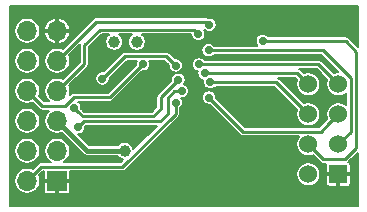
<source format=gbl>
G04 #@! TF.GenerationSoftware,KiCad,Pcbnew,(5.1.5)-3*
G04 #@! TF.CreationDate,2020-03-15T16:40:32+08:00*
G04 #@! TF.ProjectId,InHub_Sub,496e4875-625f-4537-9562-2e6b69636164,rev?*
G04 #@! TF.SameCoordinates,Original*
G04 #@! TF.FileFunction,Copper,L2,Bot*
G04 #@! TF.FilePolarity,Positive*
%FSLAX46Y46*%
G04 Gerber Fmt 4.6, Leading zero omitted, Abs format (unit mm)*
G04 Created by KiCad (PCBNEW (5.1.5)-3) date 2020-03-15 16:40:32*
%MOMM*%
%LPD*%
G04 APERTURE LIST*
%ADD10C,1.524000*%
%ADD11R,1.524000X1.524000*%
%ADD12R,1.700000X1.700000*%
%ADD13O,1.700000X1.700000*%
%ADD14C,1.000000*%
%ADD15C,0.700000*%
%ADD16C,0.381000*%
%ADD17C,0.254000*%
%ADD18C,0.160000*%
G04 APERTURE END LIST*
D10*
X73723500Y-81356200D03*
X76263500Y-81356200D03*
X73723500Y-83896200D03*
X76263500Y-83896200D03*
X73723500Y-86436200D03*
X76263500Y-86436200D03*
X73723500Y-88976200D03*
D11*
X76263500Y-88976200D03*
D12*
X52457700Y-89536800D03*
D13*
X49917700Y-89536800D03*
X52457700Y-86996800D03*
X49917700Y-86996800D03*
X52457700Y-84456800D03*
X49917700Y-84456800D03*
X52457700Y-81916800D03*
X49917700Y-81916800D03*
X52457700Y-79376800D03*
X49917700Y-79376800D03*
X52457700Y-76836800D03*
X49917700Y-76836800D03*
D14*
X57294600Y-77762100D03*
X59194600Y-77762100D03*
D15*
X56690500Y-79177800D03*
X63079980Y-77771520D03*
X58116820Y-85264520D03*
X61449300Y-75287400D03*
X74962100Y-82653400D03*
X68510500Y-84050400D03*
X65818100Y-84279000D03*
X64090900Y-78487800D03*
X51009900Y-91010000D03*
X51289300Y-75668400D03*
X49686719Y-75230600D03*
X54075719Y-75230600D03*
X56709119Y-89275400D03*
X56709119Y-91031000D03*
X60220319Y-91031000D03*
X61975919Y-91031000D03*
X63731519Y-84008600D03*
X63731519Y-85764200D03*
X63731519Y-88397600D03*
X63731519Y-90153200D03*
X64609319Y-89275400D03*
X64609319Y-91031000D03*
X65487119Y-85764200D03*
X65487119Y-88397600D03*
X65487119Y-90153200D03*
X66364919Y-91031000D03*
X67242719Y-90153200D03*
X68120519Y-76108400D03*
X68120519Y-91031000D03*
X69876119Y-91031000D03*
X71631719Y-84008600D03*
X71631719Y-88397600D03*
X71631719Y-90153200D03*
X72509519Y-91031000D03*
X74265119Y-91031000D03*
X76020719Y-91031000D03*
X76898519Y-75427800D03*
X76898519Y-76986200D03*
D14*
X58166000Y-86969600D03*
D15*
X65354200Y-76327000D03*
X64409895Y-77098723D03*
X69862698Y-77685898D03*
X65278000Y-78473304D03*
X64940500Y-80427808D03*
X65404706Y-81172828D03*
X64468055Y-79677798D03*
X65310100Y-82482430D03*
X62725321Y-80975234D03*
X53900373Y-83354775D03*
X59722100Y-79653538D03*
X62496700Y-79775810D03*
X56296798Y-80875400D03*
X62490700Y-82907398D03*
X63004700Y-81927700D03*
X54229000Y-84988400D03*
D16*
X54965600Y-86969600D02*
X58166000Y-86969600D01*
X52457700Y-84456800D02*
X52457700Y-84461700D01*
X52457700Y-84461700D02*
X54965600Y-86969600D01*
D17*
X65354200Y-76327000D02*
X65087500Y-76060300D01*
X55774200Y-76060300D02*
X52457700Y-79376800D01*
X65087500Y-76060300D02*
X55774200Y-76060300D01*
X56080576Y-76748724D02*
X64059896Y-76748724D01*
X54775100Y-78054200D02*
X56080576Y-76748724D01*
X52457700Y-81916800D02*
X54775100Y-79599400D01*
X64059896Y-76748724D02*
X64409895Y-77098723D01*
X54775100Y-79599400D02*
X54775100Y-78054200D01*
X76883153Y-77685898D02*
X69862698Y-77685898D01*
X74993500Y-87706200D02*
X76822300Y-87706200D01*
X73723500Y-86436200D02*
X74993500Y-87706200D01*
X76822300Y-87706200D02*
X77800200Y-86728300D01*
X77800200Y-86728300D02*
X77800200Y-78602945D01*
X77800200Y-78602945D02*
X76883153Y-77685898D01*
X74959470Y-78473304D02*
X65278000Y-78473304D01*
X77330301Y-80844135D02*
X74959470Y-78473304D01*
X76263500Y-86436200D02*
X77330301Y-85369399D01*
X77330301Y-85369399D02*
X77330301Y-80844135D01*
X72795108Y-80427808D02*
X64940500Y-80427808D01*
X73723500Y-81356200D02*
X72795108Y-80427808D01*
X71000128Y-81172828D02*
X65404706Y-81172828D01*
X73723500Y-83896200D02*
X71000128Y-81172828D01*
X74585098Y-79677798D02*
X64468055Y-79677798D01*
X76263500Y-81356200D02*
X74585098Y-79677798D01*
X75501501Y-84658199D02*
X76263500Y-83896200D01*
X68197069Y-85369399D02*
X74790301Y-85369399D01*
X74790301Y-85369399D02*
X75501501Y-84658199D01*
X65310100Y-82482430D02*
X68197069Y-85369399D01*
X61230121Y-82470434D02*
X61230121Y-83447862D01*
X62725321Y-80975234D02*
X61230121Y-82470434D01*
X60610915Y-84067068D02*
X54612666Y-84067068D01*
X54612666Y-84067068D02*
X54250372Y-83704774D01*
X61230121Y-83447862D02*
X60610915Y-84067068D01*
X54250372Y-83704774D02*
X53900373Y-83354775D01*
X53873952Y-82455154D02*
X56920484Y-82455154D01*
X56920484Y-82455154D02*
X59722100Y-79653538D01*
X49917700Y-81916800D02*
X51197701Y-83196801D01*
X53132305Y-83196801D02*
X53873952Y-82455154D01*
X51197701Y-83196801D02*
X53132305Y-83196801D01*
X58196200Y-78975998D02*
X56646797Y-80525401D01*
X56646797Y-80525401D02*
X56296798Y-80875400D01*
X62496700Y-79775810D02*
X61696888Y-78975998D01*
X61696888Y-78975998D02*
X58196200Y-78975998D01*
X62490700Y-83836006D02*
X62490700Y-82907398D01*
X57983706Y-88343000D02*
X62490700Y-83836006D01*
X49917700Y-89536800D02*
X51111500Y-88343000D01*
X51111500Y-88343000D02*
X57983706Y-88343000D01*
X63004700Y-81927700D02*
X62387839Y-81927700D01*
X61189541Y-84498879D02*
X54718521Y-84498879D01*
X61803465Y-83884955D02*
X61189541Y-84498879D01*
X61803465Y-82512074D02*
X61803465Y-83884955D01*
X62387839Y-81927700D02*
X61803465Y-82512074D01*
X54718521Y-84498879D02*
X54578999Y-84638401D01*
X54578999Y-84638401D02*
X54229000Y-84988400D01*
D18*
G36*
X77925500Y-78184056D02*
G01*
X77168617Y-77427174D01*
X77156564Y-77412487D01*
X77097970Y-77364401D01*
X77031122Y-77328670D01*
X76958587Y-77306667D01*
X76902047Y-77301098D01*
X76883153Y-77299237D01*
X76864259Y-77301098D01*
X70336578Y-77301098D01*
X70334807Y-77298448D01*
X70250148Y-77213789D01*
X70150599Y-77147273D01*
X70039987Y-77101455D01*
X69922561Y-77078098D01*
X69802835Y-77078098D01*
X69685409Y-77101455D01*
X69574797Y-77147273D01*
X69475248Y-77213789D01*
X69390589Y-77298448D01*
X69324073Y-77397997D01*
X69278255Y-77508609D01*
X69254898Y-77626035D01*
X69254898Y-77745761D01*
X69278255Y-77863187D01*
X69324073Y-77973799D01*
X69390589Y-78073348D01*
X69405745Y-78088504D01*
X65751880Y-78088504D01*
X65750109Y-78085854D01*
X65665450Y-78001195D01*
X65565901Y-77934679D01*
X65455289Y-77888861D01*
X65337863Y-77865504D01*
X65218137Y-77865504D01*
X65100711Y-77888861D01*
X64990099Y-77934679D01*
X64890550Y-78001195D01*
X64805891Y-78085854D01*
X64739375Y-78185403D01*
X64693557Y-78296015D01*
X64670200Y-78413441D01*
X64670200Y-78533167D01*
X64693557Y-78650593D01*
X64739375Y-78761205D01*
X64805891Y-78860754D01*
X64890550Y-78945413D01*
X64990099Y-79011929D01*
X65100711Y-79057747D01*
X65218137Y-79081104D01*
X65337863Y-79081104D01*
X65455289Y-79057747D01*
X65565901Y-79011929D01*
X65665450Y-78945413D01*
X65750109Y-78860754D01*
X65751880Y-78858104D01*
X74800082Y-78858104D01*
X76278377Y-80336400D01*
X76163059Y-80336400D01*
X75966035Y-80375591D01*
X75867779Y-80416290D01*
X74870562Y-79419074D01*
X74858509Y-79404387D01*
X74799915Y-79356301D01*
X74733067Y-79320570D01*
X74660532Y-79298567D01*
X74603992Y-79292998D01*
X74585098Y-79291137D01*
X74566204Y-79292998D01*
X64941935Y-79292998D01*
X64940164Y-79290348D01*
X64855505Y-79205689D01*
X64755956Y-79139173D01*
X64645344Y-79093355D01*
X64527918Y-79069998D01*
X64408192Y-79069998D01*
X64290766Y-79093355D01*
X64180154Y-79139173D01*
X64080605Y-79205689D01*
X63995946Y-79290348D01*
X63929430Y-79389897D01*
X63883612Y-79500509D01*
X63860255Y-79617935D01*
X63860255Y-79737661D01*
X63883612Y-79855087D01*
X63929430Y-79965699D01*
X63995946Y-80065248D01*
X64080605Y-80149907D01*
X64180154Y-80216423D01*
X64290766Y-80262241D01*
X64351329Y-80274288D01*
X64332700Y-80367945D01*
X64332700Y-80487671D01*
X64356057Y-80605097D01*
X64401875Y-80715709D01*
X64468391Y-80815258D01*
X64553050Y-80899917D01*
X64652599Y-80966433D01*
X64763211Y-81012251D01*
X64814894Y-81022531D01*
X64796906Y-81112965D01*
X64796906Y-81232691D01*
X64820263Y-81350117D01*
X64866081Y-81460729D01*
X64932597Y-81560278D01*
X65017256Y-81644937D01*
X65116805Y-81711453D01*
X65227417Y-81757271D01*
X65344843Y-81780628D01*
X65464569Y-81780628D01*
X65581995Y-81757271D01*
X65692607Y-81711453D01*
X65792156Y-81644937D01*
X65876815Y-81560278D01*
X65878586Y-81557628D01*
X70840740Y-81557628D01*
X72783590Y-83500479D01*
X72742891Y-83598735D01*
X72703700Y-83795759D01*
X72703700Y-83996641D01*
X72742891Y-84193665D01*
X72819765Y-84379256D01*
X72931370Y-84546284D01*
X73073416Y-84688330D01*
X73240444Y-84799935D01*
X73426035Y-84876809D01*
X73623059Y-84916000D01*
X73823941Y-84916000D01*
X74020965Y-84876809D01*
X74206556Y-84799935D01*
X74373584Y-84688330D01*
X74515630Y-84546284D01*
X74627235Y-84379256D01*
X74704109Y-84193665D01*
X74743300Y-83996641D01*
X74743300Y-83795759D01*
X74704109Y-83598735D01*
X74627235Y-83413144D01*
X74515630Y-83246116D01*
X74373584Y-83104070D01*
X74206556Y-82992465D01*
X74020965Y-82915591D01*
X73823941Y-82876400D01*
X73623059Y-82876400D01*
X73426035Y-82915591D01*
X73327779Y-82956290D01*
X71285592Y-80914104D01*
X71273539Y-80899417D01*
X71214945Y-80851331D01*
X71148097Y-80815600D01*
X71138234Y-80812608D01*
X72635720Y-80812608D01*
X72783590Y-80960479D01*
X72742891Y-81058735D01*
X72703700Y-81255759D01*
X72703700Y-81456641D01*
X72742891Y-81653665D01*
X72819765Y-81839256D01*
X72931370Y-82006284D01*
X73073416Y-82148330D01*
X73240444Y-82259935D01*
X73426035Y-82336809D01*
X73623059Y-82376000D01*
X73823941Y-82376000D01*
X74020965Y-82336809D01*
X74206556Y-82259935D01*
X74373584Y-82148330D01*
X74515630Y-82006284D01*
X74627235Y-81839256D01*
X74704109Y-81653665D01*
X74743300Y-81456641D01*
X74743300Y-81255759D01*
X74704109Y-81058735D01*
X74627235Y-80873144D01*
X74515630Y-80706116D01*
X74373584Y-80564070D01*
X74206556Y-80452465D01*
X74020965Y-80375591D01*
X73823941Y-80336400D01*
X73623059Y-80336400D01*
X73426035Y-80375591D01*
X73327779Y-80416290D01*
X73080572Y-80169084D01*
X73068519Y-80154397D01*
X73009925Y-80106311D01*
X72943077Y-80070580D01*
X72916764Y-80062598D01*
X74425710Y-80062598D01*
X75323590Y-80960479D01*
X75282891Y-81058735D01*
X75243700Y-81255759D01*
X75243700Y-81456641D01*
X75282891Y-81653665D01*
X75359765Y-81839256D01*
X75471370Y-82006284D01*
X75613416Y-82148330D01*
X75780444Y-82259935D01*
X75966035Y-82336809D01*
X76163059Y-82376000D01*
X76363941Y-82376000D01*
X76560965Y-82336809D01*
X76746556Y-82259935D01*
X76913584Y-82148330D01*
X76945502Y-82116412D01*
X76945501Y-83135987D01*
X76913584Y-83104070D01*
X76746556Y-82992465D01*
X76560965Y-82915591D01*
X76363941Y-82876400D01*
X76163059Y-82876400D01*
X75966035Y-82915591D01*
X75780444Y-82992465D01*
X75613416Y-83104070D01*
X75471370Y-83246116D01*
X75359765Y-83413144D01*
X75282891Y-83598735D01*
X75243700Y-83795759D01*
X75243700Y-83996641D01*
X75282891Y-84193665D01*
X75323590Y-84291922D01*
X75242771Y-84372741D01*
X75242766Y-84372745D01*
X74630913Y-84984599D01*
X68356458Y-84984599D01*
X65917278Y-82545420D01*
X65917900Y-82542293D01*
X65917900Y-82422567D01*
X65894543Y-82305141D01*
X65848725Y-82194529D01*
X65782209Y-82094980D01*
X65697550Y-82010321D01*
X65598001Y-81943805D01*
X65487389Y-81897987D01*
X65369963Y-81874630D01*
X65250237Y-81874630D01*
X65132811Y-81897987D01*
X65022199Y-81943805D01*
X64922650Y-82010321D01*
X64837991Y-82094980D01*
X64771475Y-82194529D01*
X64725657Y-82305141D01*
X64702300Y-82422567D01*
X64702300Y-82542293D01*
X64725657Y-82659719D01*
X64771475Y-82770331D01*
X64837991Y-82869880D01*
X64922650Y-82954539D01*
X65022199Y-83021055D01*
X65132811Y-83066873D01*
X65250237Y-83090230D01*
X65369963Y-83090230D01*
X65373090Y-83089608D01*
X67911609Y-85628128D01*
X67923658Y-85642810D01*
X67982252Y-85690896D01*
X68049100Y-85726627D01*
X68121635Y-85748630D01*
X68197069Y-85756060D01*
X68215963Y-85754199D01*
X72963287Y-85754199D01*
X72931370Y-85786116D01*
X72819765Y-85953144D01*
X72742891Y-86138735D01*
X72703700Y-86335759D01*
X72703700Y-86536641D01*
X72742891Y-86733665D01*
X72819765Y-86919256D01*
X72931370Y-87086284D01*
X73073416Y-87228330D01*
X73240444Y-87339935D01*
X73426035Y-87416809D01*
X73623059Y-87456000D01*
X73823941Y-87456000D01*
X74020965Y-87416809D01*
X74119221Y-87376110D01*
X74708040Y-87964929D01*
X74720089Y-87979611D01*
X74778683Y-88027697D01*
X74842912Y-88062028D01*
X74845531Y-88063428D01*
X74918065Y-88085431D01*
X74993499Y-88092861D01*
X75012393Y-88091000D01*
X75249863Y-88091000D01*
X75241562Y-88106530D01*
X75225551Y-88159310D01*
X75220145Y-88214200D01*
X75221500Y-88836200D01*
X75291500Y-88906200D01*
X76193500Y-88906200D01*
X76193500Y-88886200D01*
X76333500Y-88886200D01*
X76333500Y-88906200D01*
X77235500Y-88906200D01*
X77305500Y-88836200D01*
X77306855Y-88214200D01*
X77301449Y-88159310D01*
X77285438Y-88106530D01*
X77259438Y-88057888D01*
X77224448Y-88015252D01*
X77181812Y-87980262D01*
X77133170Y-87954262D01*
X77121858Y-87950830D01*
X77925501Y-87147188D01*
X77925501Y-91662800D01*
X48442800Y-91662800D01*
X48442800Y-86887691D01*
X48809900Y-86887691D01*
X48809900Y-87105909D01*
X48852472Y-87319933D01*
X48935981Y-87521540D01*
X49057216Y-87702981D01*
X49211519Y-87857284D01*
X49392960Y-87978519D01*
X49594567Y-88062028D01*
X49808591Y-88104600D01*
X50026809Y-88104600D01*
X50240833Y-88062028D01*
X50442440Y-87978519D01*
X50623881Y-87857284D01*
X50778184Y-87702981D01*
X50899419Y-87521540D01*
X50982928Y-87319933D01*
X51025500Y-87105909D01*
X51025500Y-86887691D01*
X50982928Y-86673667D01*
X50899419Y-86472060D01*
X50778184Y-86290619D01*
X50623881Y-86136316D01*
X50442440Y-86015081D01*
X50240833Y-85931572D01*
X50026809Y-85889000D01*
X49808591Y-85889000D01*
X49594567Y-85931572D01*
X49392960Y-86015081D01*
X49211519Y-86136316D01*
X49057216Y-86290619D01*
X48935981Y-86472060D01*
X48852472Y-86673667D01*
X48809900Y-86887691D01*
X48442800Y-86887691D01*
X48442800Y-84347691D01*
X48809900Y-84347691D01*
X48809900Y-84565909D01*
X48852472Y-84779933D01*
X48935981Y-84981540D01*
X49057216Y-85162981D01*
X49211519Y-85317284D01*
X49392960Y-85438519D01*
X49594567Y-85522028D01*
X49808591Y-85564600D01*
X50026809Y-85564600D01*
X50240833Y-85522028D01*
X50442440Y-85438519D01*
X50623881Y-85317284D01*
X50778184Y-85162981D01*
X50899419Y-84981540D01*
X50982928Y-84779933D01*
X51025500Y-84565909D01*
X51025500Y-84347691D01*
X50982928Y-84133667D01*
X50899419Y-83932060D01*
X50778184Y-83750619D01*
X50623881Y-83596316D01*
X50442440Y-83475081D01*
X50240833Y-83391572D01*
X50026809Y-83349000D01*
X49808591Y-83349000D01*
X49594567Y-83391572D01*
X49392960Y-83475081D01*
X49211519Y-83596316D01*
X49057216Y-83750619D01*
X48935981Y-83932060D01*
X48852472Y-84133667D01*
X48809900Y-84347691D01*
X48442800Y-84347691D01*
X48442800Y-81807691D01*
X48809900Y-81807691D01*
X48809900Y-82025909D01*
X48852472Y-82239933D01*
X48935981Y-82441540D01*
X49057216Y-82622981D01*
X49211519Y-82777284D01*
X49392960Y-82898519D01*
X49594567Y-82982028D01*
X49808591Y-83024600D01*
X50026809Y-83024600D01*
X50240833Y-82982028D01*
X50380774Y-82924062D01*
X50912241Y-83455530D01*
X50924290Y-83470212D01*
X50982884Y-83518298D01*
X51043227Y-83550552D01*
X51049732Y-83554029D01*
X51122267Y-83576032D01*
X51197701Y-83583462D01*
X51216595Y-83581601D01*
X51773542Y-83581601D01*
X51751519Y-83596316D01*
X51597216Y-83750619D01*
X51475981Y-83932060D01*
X51392472Y-84133667D01*
X51349900Y-84347691D01*
X51349900Y-84565909D01*
X51392472Y-84779933D01*
X51475981Y-84981540D01*
X51597216Y-85162981D01*
X51751519Y-85317284D01*
X51932960Y-85438519D01*
X52134567Y-85522028D01*
X52348591Y-85564600D01*
X52566809Y-85564600D01*
X52780833Y-85522028D01*
X52853809Y-85491800D01*
X54633030Y-87271022D01*
X54647070Y-87288130D01*
X54715333Y-87344151D01*
X54793213Y-87385779D01*
X54877718Y-87411413D01*
X54943579Y-87417900D01*
X54943580Y-87417900D01*
X54965599Y-87420069D01*
X54987618Y-87417900D01*
X57554146Y-87417900D01*
X57577378Y-87452670D01*
X57682930Y-87558222D01*
X57807047Y-87641154D01*
X57944958Y-87698278D01*
X58061131Y-87721387D01*
X57824318Y-87958200D01*
X53012850Y-87958200D01*
X53163881Y-87857284D01*
X53318184Y-87702981D01*
X53439419Y-87521540D01*
X53522928Y-87319933D01*
X53565500Y-87105909D01*
X53565500Y-86887691D01*
X53522928Y-86673667D01*
X53439419Y-86472060D01*
X53318184Y-86290619D01*
X53163881Y-86136316D01*
X52982440Y-86015081D01*
X52780833Y-85931572D01*
X52566809Y-85889000D01*
X52348591Y-85889000D01*
X52134567Y-85931572D01*
X51932960Y-86015081D01*
X51751519Y-86136316D01*
X51597216Y-86290619D01*
X51475981Y-86472060D01*
X51392472Y-86673667D01*
X51349900Y-86887691D01*
X51349900Y-87105909D01*
X51392472Y-87319933D01*
X51475981Y-87521540D01*
X51597216Y-87702981D01*
X51751519Y-87857284D01*
X51902550Y-87958200D01*
X51130393Y-87958200D01*
X51111499Y-87956339D01*
X51036065Y-87963769D01*
X50983841Y-87979611D01*
X50963531Y-87985772D01*
X50896683Y-88021503D01*
X50838089Y-88069589D01*
X50826040Y-88084271D01*
X50380774Y-88529538D01*
X50240833Y-88471572D01*
X50026809Y-88429000D01*
X49808591Y-88429000D01*
X49594567Y-88471572D01*
X49392960Y-88555081D01*
X49211519Y-88676316D01*
X49057216Y-88830619D01*
X48935981Y-89012060D01*
X48852472Y-89213667D01*
X48809900Y-89427691D01*
X48809900Y-89645909D01*
X48852472Y-89859933D01*
X48935981Y-90061540D01*
X49057216Y-90242981D01*
X49211519Y-90397284D01*
X49392960Y-90518519D01*
X49594567Y-90602028D01*
X49808591Y-90644600D01*
X50026809Y-90644600D01*
X50240833Y-90602028D01*
X50442440Y-90518519D01*
X50623881Y-90397284D01*
X50634365Y-90386800D01*
X51326345Y-90386800D01*
X51331751Y-90441690D01*
X51347762Y-90494470D01*
X51373762Y-90543112D01*
X51408752Y-90585748D01*
X51451388Y-90620738D01*
X51500030Y-90646738D01*
X51552810Y-90662749D01*
X51607700Y-90668155D01*
X52317700Y-90666800D01*
X52387700Y-90596800D01*
X52387700Y-89606800D01*
X52527700Y-89606800D01*
X52527700Y-90596800D01*
X52597700Y-90666800D01*
X53307700Y-90668155D01*
X53362590Y-90662749D01*
X53415370Y-90646738D01*
X53464012Y-90620738D01*
X53506648Y-90585748D01*
X53541638Y-90543112D01*
X53567638Y-90494470D01*
X53583649Y-90441690D01*
X53589055Y-90386800D01*
X53587700Y-89676800D01*
X53517700Y-89606800D01*
X52527700Y-89606800D01*
X52387700Y-89606800D01*
X51397700Y-89606800D01*
X51327700Y-89676800D01*
X51326345Y-90386800D01*
X50634365Y-90386800D01*
X50778184Y-90242981D01*
X50899419Y-90061540D01*
X50982928Y-89859933D01*
X51025500Y-89645909D01*
X51025500Y-89427691D01*
X50982928Y-89213667D01*
X50924962Y-89073726D01*
X51270889Y-88727800D01*
X51326423Y-88727800D01*
X51327700Y-89396800D01*
X51397700Y-89466800D01*
X52387700Y-89466800D01*
X52387700Y-89446800D01*
X52527700Y-89446800D01*
X52527700Y-89466800D01*
X53517700Y-89466800D01*
X53587700Y-89396800D01*
X53588694Y-88875759D01*
X72703700Y-88875759D01*
X72703700Y-89076641D01*
X72742891Y-89273665D01*
X72819765Y-89459256D01*
X72931370Y-89626284D01*
X73073416Y-89768330D01*
X73240444Y-89879935D01*
X73426035Y-89956809D01*
X73623059Y-89996000D01*
X73823941Y-89996000D01*
X74020965Y-89956809D01*
X74206556Y-89879935D01*
X74373584Y-89768330D01*
X74403714Y-89738200D01*
X75220145Y-89738200D01*
X75225551Y-89793090D01*
X75241562Y-89845870D01*
X75267562Y-89894512D01*
X75302552Y-89937148D01*
X75345188Y-89972138D01*
X75393830Y-89998138D01*
X75446610Y-90014149D01*
X75501500Y-90019555D01*
X76123500Y-90018200D01*
X76193500Y-89948200D01*
X76193500Y-89046200D01*
X76333500Y-89046200D01*
X76333500Y-89948200D01*
X76403500Y-90018200D01*
X77025500Y-90019555D01*
X77080390Y-90014149D01*
X77133170Y-89998138D01*
X77181812Y-89972138D01*
X77224448Y-89937148D01*
X77259438Y-89894512D01*
X77285438Y-89845870D01*
X77301449Y-89793090D01*
X77306855Y-89738200D01*
X77305500Y-89116200D01*
X77235500Y-89046200D01*
X76333500Y-89046200D01*
X76193500Y-89046200D01*
X75291500Y-89046200D01*
X75221500Y-89116200D01*
X75220145Y-89738200D01*
X74403714Y-89738200D01*
X74515630Y-89626284D01*
X74627235Y-89459256D01*
X74704109Y-89273665D01*
X74743300Y-89076641D01*
X74743300Y-88875759D01*
X74704109Y-88678735D01*
X74627235Y-88493144D01*
X74515630Y-88326116D01*
X74373584Y-88184070D01*
X74206556Y-88072465D01*
X74020965Y-87995591D01*
X73823941Y-87956400D01*
X73623059Y-87956400D01*
X73426035Y-87995591D01*
X73240444Y-88072465D01*
X73073416Y-88184070D01*
X72931370Y-88326116D01*
X72819765Y-88493144D01*
X72742891Y-88678735D01*
X72703700Y-88875759D01*
X53588694Y-88875759D01*
X53588977Y-88727800D01*
X57964812Y-88727800D01*
X57983706Y-88729661D01*
X58002600Y-88727800D01*
X58059140Y-88722231D01*
X58131675Y-88700228D01*
X58198523Y-88664497D01*
X58257117Y-88616411D01*
X58269171Y-88601723D01*
X62749430Y-84121465D01*
X62764111Y-84109417D01*
X62812197Y-84050823D01*
X62847928Y-83983975D01*
X62867459Y-83919590D01*
X62869931Y-83911441D01*
X62877361Y-83836007D01*
X62875500Y-83817113D01*
X62875500Y-83381278D01*
X62878150Y-83379507D01*
X62962809Y-83294848D01*
X63029325Y-83195299D01*
X63075143Y-83084687D01*
X63098500Y-82967261D01*
X63098500Y-82847535D01*
X63075143Y-82730109D01*
X63029325Y-82619497D01*
X62973200Y-82535500D01*
X63064563Y-82535500D01*
X63181989Y-82512143D01*
X63292601Y-82466325D01*
X63392150Y-82399809D01*
X63476809Y-82315150D01*
X63543325Y-82215601D01*
X63589143Y-82104989D01*
X63612500Y-81987563D01*
X63612500Y-81867837D01*
X63589143Y-81750411D01*
X63543325Y-81639799D01*
X63476809Y-81540250D01*
X63392150Y-81455591D01*
X63292601Y-81389075D01*
X63204250Y-81352478D01*
X63263946Y-81263135D01*
X63309764Y-81152523D01*
X63333121Y-81035097D01*
X63333121Y-80915371D01*
X63309764Y-80797945D01*
X63263946Y-80687333D01*
X63197430Y-80587784D01*
X63112771Y-80503125D01*
X63013222Y-80436609D01*
X62902610Y-80390791D01*
X62785184Y-80367434D01*
X62665458Y-80367434D01*
X62548032Y-80390791D01*
X62437420Y-80436609D01*
X62337871Y-80503125D01*
X62253212Y-80587784D01*
X62186696Y-80687333D01*
X62140878Y-80797945D01*
X62117521Y-80915371D01*
X62117521Y-81035097D01*
X62118143Y-81038223D01*
X60971397Y-82184970D01*
X60956710Y-82197023D01*
X60908624Y-82255618D01*
X60872894Y-82322465D01*
X60872893Y-82322466D01*
X60850890Y-82395000D01*
X60843460Y-82470434D01*
X60845321Y-82489328D01*
X60845322Y-83288472D01*
X60451527Y-83682268D01*
X54772055Y-83682268D01*
X54535830Y-83446044D01*
X54535826Y-83446039D01*
X54507551Y-83417764D01*
X54508173Y-83414638D01*
X54508173Y-83294912D01*
X54484816Y-83177486D01*
X54438998Y-83066874D01*
X54372482Y-82967325D01*
X54287823Y-82882666D01*
X54223899Y-82839954D01*
X56901590Y-82839954D01*
X56920484Y-82841815D01*
X56939378Y-82839954D01*
X56995918Y-82834385D01*
X57068453Y-82812382D01*
X57135301Y-82776651D01*
X57193895Y-82728565D01*
X57205948Y-82713878D01*
X59659111Y-80260716D01*
X59662237Y-80261338D01*
X59781963Y-80261338D01*
X59899389Y-80237981D01*
X60010001Y-80192163D01*
X60109550Y-80125647D01*
X60194209Y-80040988D01*
X60260725Y-79941439D01*
X60306543Y-79830827D01*
X60329900Y-79713401D01*
X60329900Y-79593675D01*
X60306543Y-79476249D01*
X60260725Y-79365637D01*
X60257492Y-79360798D01*
X61537500Y-79360798D01*
X61889522Y-79712820D01*
X61888900Y-79715947D01*
X61888900Y-79835673D01*
X61912257Y-79953099D01*
X61958075Y-80063711D01*
X62024591Y-80163260D01*
X62109250Y-80247919D01*
X62208799Y-80314435D01*
X62319411Y-80360253D01*
X62436837Y-80383610D01*
X62556563Y-80383610D01*
X62673989Y-80360253D01*
X62784601Y-80314435D01*
X62884150Y-80247919D01*
X62968809Y-80163260D01*
X63035325Y-80063711D01*
X63081143Y-79953099D01*
X63104500Y-79835673D01*
X63104500Y-79715947D01*
X63081143Y-79598521D01*
X63035325Y-79487909D01*
X62968809Y-79388360D01*
X62884150Y-79303701D01*
X62784601Y-79237185D01*
X62673989Y-79191367D01*
X62556563Y-79168010D01*
X62436837Y-79168010D01*
X62433710Y-79168632D01*
X61982352Y-78717274D01*
X61970299Y-78702587D01*
X61911705Y-78654501D01*
X61844857Y-78618770D01*
X61772322Y-78596767D01*
X61715782Y-78591198D01*
X61696888Y-78589337D01*
X61677994Y-78591198D01*
X58215094Y-78591198D01*
X58196200Y-78589337D01*
X58177306Y-78591198D01*
X58120766Y-78596767D01*
X58048231Y-78618770D01*
X57981383Y-78654501D01*
X57922789Y-78702587D01*
X57910740Y-78717269D01*
X56388067Y-80239943D01*
X56388062Y-80239947D01*
X56359787Y-80268222D01*
X56356661Y-80267600D01*
X56236935Y-80267600D01*
X56119509Y-80290957D01*
X56008897Y-80336775D01*
X55909348Y-80403291D01*
X55824689Y-80487950D01*
X55758173Y-80587499D01*
X55712355Y-80698111D01*
X55688998Y-80815537D01*
X55688998Y-80935263D01*
X55712355Y-81052689D01*
X55758173Y-81163301D01*
X55824689Y-81262850D01*
X55909348Y-81347509D01*
X56008897Y-81414025D01*
X56119509Y-81459843D01*
X56236935Y-81483200D01*
X56356661Y-81483200D01*
X56474087Y-81459843D01*
X56584699Y-81414025D01*
X56684248Y-81347509D01*
X56768907Y-81262850D01*
X56835423Y-81163301D01*
X56881241Y-81052689D01*
X56904598Y-80935263D01*
X56904598Y-80815537D01*
X56903976Y-80812411D01*
X56932251Y-80784136D01*
X56932255Y-80784131D01*
X58355589Y-79360798D01*
X59186708Y-79360798D01*
X59183475Y-79365637D01*
X59137657Y-79476249D01*
X59114300Y-79593675D01*
X59114300Y-79713401D01*
X59114922Y-79716527D01*
X56761096Y-82070354D01*
X53892845Y-82070354D01*
X53873951Y-82068493D01*
X53798517Y-82075923D01*
X53748146Y-82091203D01*
X53725983Y-82097926D01*
X53659135Y-82133657D01*
X53600541Y-82181743D01*
X53588492Y-82196425D01*
X53507332Y-82277585D01*
X53522928Y-82239933D01*
X53565500Y-82025909D01*
X53565500Y-81807691D01*
X53522928Y-81593667D01*
X53464962Y-81453726D01*
X55033836Y-79884854D01*
X55048511Y-79872811D01*
X55096597Y-79814217D01*
X55132328Y-79747369D01*
X55154331Y-79674834D01*
X55159900Y-79618294D01*
X55159900Y-79618293D01*
X55161761Y-79599400D01*
X55159900Y-79580506D01*
X55159900Y-78213588D01*
X56239965Y-77133524D01*
X56871326Y-77133524D01*
X56811530Y-77173478D01*
X56705978Y-77279030D01*
X56623046Y-77403147D01*
X56565922Y-77541058D01*
X56536800Y-77687463D01*
X56536800Y-77836737D01*
X56565922Y-77983142D01*
X56623046Y-78121053D01*
X56705978Y-78245170D01*
X56811530Y-78350722D01*
X56935647Y-78433654D01*
X57073558Y-78490778D01*
X57219963Y-78519900D01*
X57369237Y-78519900D01*
X57515642Y-78490778D01*
X57653553Y-78433654D01*
X57777670Y-78350722D01*
X57883222Y-78245170D01*
X57966154Y-78121053D01*
X58023278Y-77983142D01*
X58052400Y-77836737D01*
X58052400Y-77687463D01*
X58023278Y-77541058D01*
X57966154Y-77403147D01*
X57883222Y-77279030D01*
X57777670Y-77173478D01*
X57717874Y-77133524D01*
X58771326Y-77133524D01*
X58711530Y-77173478D01*
X58605978Y-77279030D01*
X58523046Y-77403147D01*
X58465922Y-77541058D01*
X58436800Y-77687463D01*
X58436800Y-77836737D01*
X58465922Y-77983142D01*
X58523046Y-78121053D01*
X58605978Y-78245170D01*
X58711530Y-78350722D01*
X58835647Y-78433654D01*
X58973558Y-78490778D01*
X59119963Y-78519900D01*
X59269237Y-78519900D01*
X59415642Y-78490778D01*
X59553553Y-78433654D01*
X59677670Y-78350722D01*
X59783222Y-78245170D01*
X59866154Y-78121053D01*
X59923278Y-77983142D01*
X59952400Y-77836737D01*
X59952400Y-77687463D01*
X59923278Y-77541058D01*
X59866154Y-77403147D01*
X59783222Y-77279030D01*
X59677670Y-77173478D01*
X59617874Y-77133524D01*
X63802095Y-77133524D01*
X63802095Y-77158586D01*
X63825452Y-77276012D01*
X63871270Y-77386624D01*
X63937786Y-77486173D01*
X64022445Y-77570832D01*
X64121994Y-77637348D01*
X64232606Y-77683166D01*
X64350032Y-77706523D01*
X64469758Y-77706523D01*
X64587184Y-77683166D01*
X64697796Y-77637348D01*
X64797345Y-77570832D01*
X64882004Y-77486173D01*
X64948520Y-77386624D01*
X64994338Y-77276012D01*
X65017695Y-77158586D01*
X65017695Y-77038860D01*
X64994338Y-76921434D01*
X64948520Y-76810822D01*
X64888226Y-76720585D01*
X64966750Y-76799109D01*
X65066299Y-76865625D01*
X65176911Y-76911443D01*
X65294337Y-76934800D01*
X65414063Y-76934800D01*
X65531489Y-76911443D01*
X65642101Y-76865625D01*
X65741650Y-76799109D01*
X65826309Y-76714450D01*
X65892825Y-76614901D01*
X65938643Y-76504289D01*
X65962000Y-76386863D01*
X65962000Y-76267137D01*
X65938643Y-76149711D01*
X65892825Y-76039099D01*
X65826309Y-75939550D01*
X65741650Y-75854891D01*
X65642101Y-75788375D01*
X65531489Y-75742557D01*
X65414063Y-75719200D01*
X65294337Y-75719200D01*
X65273425Y-75723360D01*
X65235469Y-75703072D01*
X65162934Y-75681069D01*
X65106394Y-75675500D01*
X65087500Y-75673639D01*
X65068606Y-75675500D01*
X55793093Y-75675500D01*
X55774199Y-75673639D01*
X55698765Y-75681069D01*
X55626231Y-75703072D01*
X55559383Y-75738803D01*
X55500789Y-75786889D01*
X55488740Y-75801571D01*
X52920774Y-78369538D01*
X52780833Y-78311572D01*
X52566809Y-78269000D01*
X52348591Y-78269000D01*
X52134567Y-78311572D01*
X51932960Y-78395081D01*
X51751519Y-78516316D01*
X51597216Y-78670619D01*
X51475981Y-78852060D01*
X51392472Y-79053667D01*
X51349900Y-79267691D01*
X51349900Y-79485909D01*
X51392472Y-79699933D01*
X51475981Y-79901540D01*
X51597216Y-80082981D01*
X51751519Y-80237284D01*
X51932960Y-80358519D01*
X52134567Y-80442028D01*
X52348591Y-80484600D01*
X52566809Y-80484600D01*
X52780833Y-80442028D01*
X52982440Y-80358519D01*
X53163881Y-80237284D01*
X53318184Y-80082981D01*
X53439419Y-79901540D01*
X53522928Y-79699933D01*
X53565500Y-79485909D01*
X53565500Y-79267691D01*
X53522928Y-79053667D01*
X53464962Y-78913726D01*
X54395426Y-77983262D01*
X54388439Y-78054200D01*
X54390301Y-78073104D01*
X54390300Y-79440010D01*
X52920774Y-80909538D01*
X52780833Y-80851572D01*
X52566809Y-80809000D01*
X52348591Y-80809000D01*
X52134567Y-80851572D01*
X51932960Y-80935081D01*
X51751519Y-81056316D01*
X51597216Y-81210619D01*
X51475981Y-81392060D01*
X51392472Y-81593667D01*
X51349900Y-81807691D01*
X51349900Y-82025909D01*
X51392472Y-82239933D01*
X51475981Y-82441540D01*
X51597216Y-82622981D01*
X51751519Y-82777284D01*
X51803477Y-82812001D01*
X51357090Y-82812001D01*
X50924962Y-82379874D01*
X50982928Y-82239933D01*
X51025500Y-82025909D01*
X51025500Y-81807691D01*
X50982928Y-81593667D01*
X50899419Y-81392060D01*
X50778184Y-81210619D01*
X50623881Y-81056316D01*
X50442440Y-80935081D01*
X50240833Y-80851572D01*
X50026809Y-80809000D01*
X49808591Y-80809000D01*
X49594567Y-80851572D01*
X49392960Y-80935081D01*
X49211519Y-81056316D01*
X49057216Y-81210619D01*
X48935981Y-81392060D01*
X48852472Y-81593667D01*
X48809900Y-81807691D01*
X48442800Y-81807691D01*
X48442800Y-79267691D01*
X48809900Y-79267691D01*
X48809900Y-79485909D01*
X48852472Y-79699933D01*
X48935981Y-79901540D01*
X49057216Y-80082981D01*
X49211519Y-80237284D01*
X49392960Y-80358519D01*
X49594567Y-80442028D01*
X49808591Y-80484600D01*
X50026809Y-80484600D01*
X50240833Y-80442028D01*
X50442440Y-80358519D01*
X50623881Y-80237284D01*
X50778184Y-80082981D01*
X50899419Y-79901540D01*
X50982928Y-79699933D01*
X51025500Y-79485909D01*
X51025500Y-79267691D01*
X50982928Y-79053667D01*
X50899419Y-78852060D01*
X50778184Y-78670619D01*
X50623881Y-78516316D01*
X50442440Y-78395081D01*
X50240833Y-78311572D01*
X50026809Y-78269000D01*
X49808591Y-78269000D01*
X49594567Y-78311572D01*
X49392960Y-78395081D01*
X49211519Y-78516316D01*
X49057216Y-78670619D01*
X48935981Y-78852060D01*
X48852472Y-79053667D01*
X48809900Y-79267691D01*
X48442800Y-79267691D01*
X48442800Y-76727691D01*
X48809900Y-76727691D01*
X48809900Y-76945909D01*
X48852472Y-77159933D01*
X48935981Y-77361540D01*
X49057216Y-77542981D01*
X49211519Y-77697284D01*
X49392960Y-77818519D01*
X49594567Y-77902028D01*
X49808591Y-77944600D01*
X50026809Y-77944600D01*
X50240833Y-77902028D01*
X50442440Y-77818519D01*
X50623881Y-77697284D01*
X50778184Y-77542981D01*
X50899419Y-77361540D01*
X50982928Y-77159933D01*
X50998356Y-77082370D01*
X51354706Y-77082370D01*
X51404160Y-77245408D01*
X51504119Y-77443092D01*
X51640724Y-77617477D01*
X51808725Y-77761861D01*
X52001665Y-77870695D01*
X52212130Y-77939797D01*
X52387700Y-77894633D01*
X52387700Y-76906800D01*
X52527700Y-76906800D01*
X52527700Y-77894633D01*
X52703270Y-77939797D01*
X52913735Y-77870695D01*
X53106675Y-77761861D01*
X53274676Y-77617477D01*
X53411281Y-77443092D01*
X53511240Y-77245408D01*
X53560694Y-77082370D01*
X53515386Y-76906800D01*
X52527700Y-76906800D01*
X52387700Y-76906800D01*
X51400014Y-76906800D01*
X51354706Y-77082370D01*
X50998356Y-77082370D01*
X51025500Y-76945909D01*
X51025500Y-76727691D01*
X50998357Y-76591230D01*
X51354706Y-76591230D01*
X51400014Y-76766800D01*
X52387700Y-76766800D01*
X52387700Y-75778967D01*
X52527700Y-75778967D01*
X52527700Y-76766800D01*
X53515386Y-76766800D01*
X53560694Y-76591230D01*
X53511240Y-76428192D01*
X53411281Y-76230508D01*
X53274676Y-76056123D01*
X53106675Y-75911739D01*
X52913735Y-75802905D01*
X52703270Y-75733803D01*
X52527700Y-75778967D01*
X52387700Y-75778967D01*
X52212130Y-75733803D01*
X52001665Y-75802905D01*
X51808725Y-75911739D01*
X51640724Y-76056123D01*
X51504119Y-76230508D01*
X51404160Y-76428192D01*
X51354706Y-76591230D01*
X50998357Y-76591230D01*
X50982928Y-76513667D01*
X50899419Y-76312060D01*
X50778184Y-76130619D01*
X50623881Y-75976316D01*
X50442440Y-75855081D01*
X50240833Y-75771572D01*
X50026809Y-75729000D01*
X49808591Y-75729000D01*
X49594567Y-75771572D01*
X49392960Y-75855081D01*
X49211519Y-75976316D01*
X49057216Y-76130619D01*
X48935981Y-76312060D01*
X48852472Y-76513667D01*
X48809900Y-76727691D01*
X48442800Y-76727691D01*
X48442800Y-74692800D01*
X77925500Y-74692800D01*
X77925500Y-78184056D01*
G37*
X77925500Y-78184056D02*
X77168617Y-77427174D01*
X77156564Y-77412487D01*
X77097970Y-77364401D01*
X77031122Y-77328670D01*
X76958587Y-77306667D01*
X76902047Y-77301098D01*
X76883153Y-77299237D01*
X76864259Y-77301098D01*
X70336578Y-77301098D01*
X70334807Y-77298448D01*
X70250148Y-77213789D01*
X70150599Y-77147273D01*
X70039987Y-77101455D01*
X69922561Y-77078098D01*
X69802835Y-77078098D01*
X69685409Y-77101455D01*
X69574797Y-77147273D01*
X69475248Y-77213789D01*
X69390589Y-77298448D01*
X69324073Y-77397997D01*
X69278255Y-77508609D01*
X69254898Y-77626035D01*
X69254898Y-77745761D01*
X69278255Y-77863187D01*
X69324073Y-77973799D01*
X69390589Y-78073348D01*
X69405745Y-78088504D01*
X65751880Y-78088504D01*
X65750109Y-78085854D01*
X65665450Y-78001195D01*
X65565901Y-77934679D01*
X65455289Y-77888861D01*
X65337863Y-77865504D01*
X65218137Y-77865504D01*
X65100711Y-77888861D01*
X64990099Y-77934679D01*
X64890550Y-78001195D01*
X64805891Y-78085854D01*
X64739375Y-78185403D01*
X64693557Y-78296015D01*
X64670200Y-78413441D01*
X64670200Y-78533167D01*
X64693557Y-78650593D01*
X64739375Y-78761205D01*
X64805891Y-78860754D01*
X64890550Y-78945413D01*
X64990099Y-79011929D01*
X65100711Y-79057747D01*
X65218137Y-79081104D01*
X65337863Y-79081104D01*
X65455289Y-79057747D01*
X65565901Y-79011929D01*
X65665450Y-78945413D01*
X65750109Y-78860754D01*
X65751880Y-78858104D01*
X74800082Y-78858104D01*
X76278377Y-80336400D01*
X76163059Y-80336400D01*
X75966035Y-80375591D01*
X75867779Y-80416290D01*
X74870562Y-79419074D01*
X74858509Y-79404387D01*
X74799915Y-79356301D01*
X74733067Y-79320570D01*
X74660532Y-79298567D01*
X74603992Y-79292998D01*
X74585098Y-79291137D01*
X74566204Y-79292998D01*
X64941935Y-79292998D01*
X64940164Y-79290348D01*
X64855505Y-79205689D01*
X64755956Y-79139173D01*
X64645344Y-79093355D01*
X64527918Y-79069998D01*
X64408192Y-79069998D01*
X64290766Y-79093355D01*
X64180154Y-79139173D01*
X64080605Y-79205689D01*
X63995946Y-79290348D01*
X63929430Y-79389897D01*
X63883612Y-79500509D01*
X63860255Y-79617935D01*
X63860255Y-79737661D01*
X63883612Y-79855087D01*
X63929430Y-79965699D01*
X63995946Y-80065248D01*
X64080605Y-80149907D01*
X64180154Y-80216423D01*
X64290766Y-80262241D01*
X64351329Y-80274288D01*
X64332700Y-80367945D01*
X64332700Y-80487671D01*
X64356057Y-80605097D01*
X64401875Y-80715709D01*
X64468391Y-80815258D01*
X64553050Y-80899917D01*
X64652599Y-80966433D01*
X64763211Y-81012251D01*
X64814894Y-81022531D01*
X64796906Y-81112965D01*
X64796906Y-81232691D01*
X64820263Y-81350117D01*
X64866081Y-81460729D01*
X64932597Y-81560278D01*
X65017256Y-81644937D01*
X65116805Y-81711453D01*
X65227417Y-81757271D01*
X65344843Y-81780628D01*
X65464569Y-81780628D01*
X65581995Y-81757271D01*
X65692607Y-81711453D01*
X65792156Y-81644937D01*
X65876815Y-81560278D01*
X65878586Y-81557628D01*
X70840740Y-81557628D01*
X72783590Y-83500479D01*
X72742891Y-83598735D01*
X72703700Y-83795759D01*
X72703700Y-83996641D01*
X72742891Y-84193665D01*
X72819765Y-84379256D01*
X72931370Y-84546284D01*
X73073416Y-84688330D01*
X73240444Y-84799935D01*
X73426035Y-84876809D01*
X73623059Y-84916000D01*
X73823941Y-84916000D01*
X74020965Y-84876809D01*
X74206556Y-84799935D01*
X74373584Y-84688330D01*
X74515630Y-84546284D01*
X74627235Y-84379256D01*
X74704109Y-84193665D01*
X74743300Y-83996641D01*
X74743300Y-83795759D01*
X74704109Y-83598735D01*
X74627235Y-83413144D01*
X74515630Y-83246116D01*
X74373584Y-83104070D01*
X74206556Y-82992465D01*
X74020965Y-82915591D01*
X73823941Y-82876400D01*
X73623059Y-82876400D01*
X73426035Y-82915591D01*
X73327779Y-82956290D01*
X71285592Y-80914104D01*
X71273539Y-80899417D01*
X71214945Y-80851331D01*
X71148097Y-80815600D01*
X71138234Y-80812608D01*
X72635720Y-80812608D01*
X72783590Y-80960479D01*
X72742891Y-81058735D01*
X72703700Y-81255759D01*
X72703700Y-81456641D01*
X72742891Y-81653665D01*
X72819765Y-81839256D01*
X72931370Y-82006284D01*
X73073416Y-82148330D01*
X73240444Y-82259935D01*
X73426035Y-82336809D01*
X73623059Y-82376000D01*
X73823941Y-82376000D01*
X74020965Y-82336809D01*
X74206556Y-82259935D01*
X74373584Y-82148330D01*
X74515630Y-82006284D01*
X74627235Y-81839256D01*
X74704109Y-81653665D01*
X74743300Y-81456641D01*
X74743300Y-81255759D01*
X74704109Y-81058735D01*
X74627235Y-80873144D01*
X74515630Y-80706116D01*
X74373584Y-80564070D01*
X74206556Y-80452465D01*
X74020965Y-80375591D01*
X73823941Y-80336400D01*
X73623059Y-80336400D01*
X73426035Y-80375591D01*
X73327779Y-80416290D01*
X73080572Y-80169084D01*
X73068519Y-80154397D01*
X73009925Y-80106311D01*
X72943077Y-80070580D01*
X72916764Y-80062598D01*
X74425710Y-80062598D01*
X75323590Y-80960479D01*
X75282891Y-81058735D01*
X75243700Y-81255759D01*
X75243700Y-81456641D01*
X75282891Y-81653665D01*
X75359765Y-81839256D01*
X75471370Y-82006284D01*
X75613416Y-82148330D01*
X75780444Y-82259935D01*
X75966035Y-82336809D01*
X76163059Y-82376000D01*
X76363941Y-82376000D01*
X76560965Y-82336809D01*
X76746556Y-82259935D01*
X76913584Y-82148330D01*
X76945502Y-82116412D01*
X76945501Y-83135987D01*
X76913584Y-83104070D01*
X76746556Y-82992465D01*
X76560965Y-82915591D01*
X76363941Y-82876400D01*
X76163059Y-82876400D01*
X75966035Y-82915591D01*
X75780444Y-82992465D01*
X75613416Y-83104070D01*
X75471370Y-83246116D01*
X75359765Y-83413144D01*
X75282891Y-83598735D01*
X75243700Y-83795759D01*
X75243700Y-83996641D01*
X75282891Y-84193665D01*
X75323590Y-84291922D01*
X75242771Y-84372741D01*
X75242766Y-84372745D01*
X74630913Y-84984599D01*
X68356458Y-84984599D01*
X65917278Y-82545420D01*
X65917900Y-82542293D01*
X65917900Y-82422567D01*
X65894543Y-82305141D01*
X65848725Y-82194529D01*
X65782209Y-82094980D01*
X65697550Y-82010321D01*
X65598001Y-81943805D01*
X65487389Y-81897987D01*
X65369963Y-81874630D01*
X65250237Y-81874630D01*
X65132811Y-81897987D01*
X65022199Y-81943805D01*
X64922650Y-82010321D01*
X64837991Y-82094980D01*
X64771475Y-82194529D01*
X64725657Y-82305141D01*
X64702300Y-82422567D01*
X64702300Y-82542293D01*
X64725657Y-82659719D01*
X64771475Y-82770331D01*
X64837991Y-82869880D01*
X64922650Y-82954539D01*
X65022199Y-83021055D01*
X65132811Y-83066873D01*
X65250237Y-83090230D01*
X65369963Y-83090230D01*
X65373090Y-83089608D01*
X67911609Y-85628128D01*
X67923658Y-85642810D01*
X67982252Y-85690896D01*
X68049100Y-85726627D01*
X68121635Y-85748630D01*
X68197069Y-85756060D01*
X68215963Y-85754199D01*
X72963287Y-85754199D01*
X72931370Y-85786116D01*
X72819765Y-85953144D01*
X72742891Y-86138735D01*
X72703700Y-86335759D01*
X72703700Y-86536641D01*
X72742891Y-86733665D01*
X72819765Y-86919256D01*
X72931370Y-87086284D01*
X73073416Y-87228330D01*
X73240444Y-87339935D01*
X73426035Y-87416809D01*
X73623059Y-87456000D01*
X73823941Y-87456000D01*
X74020965Y-87416809D01*
X74119221Y-87376110D01*
X74708040Y-87964929D01*
X74720089Y-87979611D01*
X74778683Y-88027697D01*
X74842912Y-88062028D01*
X74845531Y-88063428D01*
X74918065Y-88085431D01*
X74993499Y-88092861D01*
X75012393Y-88091000D01*
X75249863Y-88091000D01*
X75241562Y-88106530D01*
X75225551Y-88159310D01*
X75220145Y-88214200D01*
X75221500Y-88836200D01*
X75291500Y-88906200D01*
X76193500Y-88906200D01*
X76193500Y-88886200D01*
X76333500Y-88886200D01*
X76333500Y-88906200D01*
X77235500Y-88906200D01*
X77305500Y-88836200D01*
X77306855Y-88214200D01*
X77301449Y-88159310D01*
X77285438Y-88106530D01*
X77259438Y-88057888D01*
X77224448Y-88015252D01*
X77181812Y-87980262D01*
X77133170Y-87954262D01*
X77121858Y-87950830D01*
X77925501Y-87147188D01*
X77925501Y-91662800D01*
X48442800Y-91662800D01*
X48442800Y-86887691D01*
X48809900Y-86887691D01*
X48809900Y-87105909D01*
X48852472Y-87319933D01*
X48935981Y-87521540D01*
X49057216Y-87702981D01*
X49211519Y-87857284D01*
X49392960Y-87978519D01*
X49594567Y-88062028D01*
X49808591Y-88104600D01*
X50026809Y-88104600D01*
X50240833Y-88062028D01*
X50442440Y-87978519D01*
X50623881Y-87857284D01*
X50778184Y-87702981D01*
X50899419Y-87521540D01*
X50982928Y-87319933D01*
X51025500Y-87105909D01*
X51025500Y-86887691D01*
X50982928Y-86673667D01*
X50899419Y-86472060D01*
X50778184Y-86290619D01*
X50623881Y-86136316D01*
X50442440Y-86015081D01*
X50240833Y-85931572D01*
X50026809Y-85889000D01*
X49808591Y-85889000D01*
X49594567Y-85931572D01*
X49392960Y-86015081D01*
X49211519Y-86136316D01*
X49057216Y-86290619D01*
X48935981Y-86472060D01*
X48852472Y-86673667D01*
X48809900Y-86887691D01*
X48442800Y-86887691D01*
X48442800Y-84347691D01*
X48809900Y-84347691D01*
X48809900Y-84565909D01*
X48852472Y-84779933D01*
X48935981Y-84981540D01*
X49057216Y-85162981D01*
X49211519Y-85317284D01*
X49392960Y-85438519D01*
X49594567Y-85522028D01*
X49808591Y-85564600D01*
X50026809Y-85564600D01*
X50240833Y-85522028D01*
X50442440Y-85438519D01*
X50623881Y-85317284D01*
X50778184Y-85162981D01*
X50899419Y-84981540D01*
X50982928Y-84779933D01*
X51025500Y-84565909D01*
X51025500Y-84347691D01*
X50982928Y-84133667D01*
X50899419Y-83932060D01*
X50778184Y-83750619D01*
X50623881Y-83596316D01*
X50442440Y-83475081D01*
X50240833Y-83391572D01*
X50026809Y-83349000D01*
X49808591Y-83349000D01*
X49594567Y-83391572D01*
X49392960Y-83475081D01*
X49211519Y-83596316D01*
X49057216Y-83750619D01*
X48935981Y-83932060D01*
X48852472Y-84133667D01*
X48809900Y-84347691D01*
X48442800Y-84347691D01*
X48442800Y-81807691D01*
X48809900Y-81807691D01*
X48809900Y-82025909D01*
X48852472Y-82239933D01*
X48935981Y-82441540D01*
X49057216Y-82622981D01*
X49211519Y-82777284D01*
X49392960Y-82898519D01*
X49594567Y-82982028D01*
X49808591Y-83024600D01*
X50026809Y-83024600D01*
X50240833Y-82982028D01*
X50380774Y-82924062D01*
X50912241Y-83455530D01*
X50924290Y-83470212D01*
X50982884Y-83518298D01*
X51043227Y-83550552D01*
X51049732Y-83554029D01*
X51122267Y-83576032D01*
X51197701Y-83583462D01*
X51216595Y-83581601D01*
X51773542Y-83581601D01*
X51751519Y-83596316D01*
X51597216Y-83750619D01*
X51475981Y-83932060D01*
X51392472Y-84133667D01*
X51349900Y-84347691D01*
X51349900Y-84565909D01*
X51392472Y-84779933D01*
X51475981Y-84981540D01*
X51597216Y-85162981D01*
X51751519Y-85317284D01*
X51932960Y-85438519D01*
X52134567Y-85522028D01*
X52348591Y-85564600D01*
X52566809Y-85564600D01*
X52780833Y-85522028D01*
X52853809Y-85491800D01*
X54633030Y-87271022D01*
X54647070Y-87288130D01*
X54715333Y-87344151D01*
X54793213Y-87385779D01*
X54877718Y-87411413D01*
X54943579Y-87417900D01*
X54943580Y-87417900D01*
X54965599Y-87420069D01*
X54987618Y-87417900D01*
X57554146Y-87417900D01*
X57577378Y-87452670D01*
X57682930Y-87558222D01*
X57807047Y-87641154D01*
X57944958Y-87698278D01*
X58061131Y-87721387D01*
X57824318Y-87958200D01*
X53012850Y-87958200D01*
X53163881Y-87857284D01*
X53318184Y-87702981D01*
X53439419Y-87521540D01*
X53522928Y-87319933D01*
X53565500Y-87105909D01*
X53565500Y-86887691D01*
X53522928Y-86673667D01*
X53439419Y-86472060D01*
X53318184Y-86290619D01*
X53163881Y-86136316D01*
X52982440Y-86015081D01*
X52780833Y-85931572D01*
X52566809Y-85889000D01*
X52348591Y-85889000D01*
X52134567Y-85931572D01*
X51932960Y-86015081D01*
X51751519Y-86136316D01*
X51597216Y-86290619D01*
X51475981Y-86472060D01*
X51392472Y-86673667D01*
X51349900Y-86887691D01*
X51349900Y-87105909D01*
X51392472Y-87319933D01*
X51475981Y-87521540D01*
X51597216Y-87702981D01*
X51751519Y-87857284D01*
X51902550Y-87958200D01*
X51130393Y-87958200D01*
X51111499Y-87956339D01*
X51036065Y-87963769D01*
X50983841Y-87979611D01*
X50963531Y-87985772D01*
X50896683Y-88021503D01*
X50838089Y-88069589D01*
X50826040Y-88084271D01*
X50380774Y-88529538D01*
X50240833Y-88471572D01*
X50026809Y-88429000D01*
X49808591Y-88429000D01*
X49594567Y-88471572D01*
X49392960Y-88555081D01*
X49211519Y-88676316D01*
X49057216Y-88830619D01*
X48935981Y-89012060D01*
X48852472Y-89213667D01*
X48809900Y-89427691D01*
X48809900Y-89645909D01*
X48852472Y-89859933D01*
X48935981Y-90061540D01*
X49057216Y-90242981D01*
X49211519Y-90397284D01*
X49392960Y-90518519D01*
X49594567Y-90602028D01*
X49808591Y-90644600D01*
X50026809Y-90644600D01*
X50240833Y-90602028D01*
X50442440Y-90518519D01*
X50623881Y-90397284D01*
X50634365Y-90386800D01*
X51326345Y-90386800D01*
X51331751Y-90441690D01*
X51347762Y-90494470D01*
X51373762Y-90543112D01*
X51408752Y-90585748D01*
X51451388Y-90620738D01*
X51500030Y-90646738D01*
X51552810Y-90662749D01*
X51607700Y-90668155D01*
X52317700Y-90666800D01*
X52387700Y-90596800D01*
X52387700Y-89606800D01*
X52527700Y-89606800D01*
X52527700Y-90596800D01*
X52597700Y-90666800D01*
X53307700Y-90668155D01*
X53362590Y-90662749D01*
X53415370Y-90646738D01*
X53464012Y-90620738D01*
X53506648Y-90585748D01*
X53541638Y-90543112D01*
X53567638Y-90494470D01*
X53583649Y-90441690D01*
X53589055Y-90386800D01*
X53587700Y-89676800D01*
X53517700Y-89606800D01*
X52527700Y-89606800D01*
X52387700Y-89606800D01*
X51397700Y-89606800D01*
X51327700Y-89676800D01*
X51326345Y-90386800D01*
X50634365Y-90386800D01*
X50778184Y-90242981D01*
X50899419Y-90061540D01*
X50982928Y-89859933D01*
X51025500Y-89645909D01*
X51025500Y-89427691D01*
X50982928Y-89213667D01*
X50924962Y-89073726D01*
X51270889Y-88727800D01*
X51326423Y-88727800D01*
X51327700Y-89396800D01*
X51397700Y-89466800D01*
X52387700Y-89466800D01*
X52387700Y-89446800D01*
X52527700Y-89446800D01*
X52527700Y-89466800D01*
X53517700Y-89466800D01*
X53587700Y-89396800D01*
X53588694Y-88875759D01*
X72703700Y-88875759D01*
X72703700Y-89076641D01*
X72742891Y-89273665D01*
X72819765Y-89459256D01*
X72931370Y-89626284D01*
X73073416Y-89768330D01*
X73240444Y-89879935D01*
X73426035Y-89956809D01*
X73623059Y-89996000D01*
X73823941Y-89996000D01*
X74020965Y-89956809D01*
X74206556Y-89879935D01*
X74373584Y-89768330D01*
X74403714Y-89738200D01*
X75220145Y-89738200D01*
X75225551Y-89793090D01*
X75241562Y-89845870D01*
X75267562Y-89894512D01*
X75302552Y-89937148D01*
X75345188Y-89972138D01*
X75393830Y-89998138D01*
X75446610Y-90014149D01*
X75501500Y-90019555D01*
X76123500Y-90018200D01*
X76193500Y-89948200D01*
X76193500Y-89046200D01*
X76333500Y-89046200D01*
X76333500Y-89948200D01*
X76403500Y-90018200D01*
X77025500Y-90019555D01*
X77080390Y-90014149D01*
X77133170Y-89998138D01*
X77181812Y-89972138D01*
X77224448Y-89937148D01*
X77259438Y-89894512D01*
X77285438Y-89845870D01*
X77301449Y-89793090D01*
X77306855Y-89738200D01*
X77305500Y-89116200D01*
X77235500Y-89046200D01*
X76333500Y-89046200D01*
X76193500Y-89046200D01*
X75291500Y-89046200D01*
X75221500Y-89116200D01*
X75220145Y-89738200D01*
X74403714Y-89738200D01*
X74515630Y-89626284D01*
X74627235Y-89459256D01*
X74704109Y-89273665D01*
X74743300Y-89076641D01*
X74743300Y-88875759D01*
X74704109Y-88678735D01*
X74627235Y-88493144D01*
X74515630Y-88326116D01*
X74373584Y-88184070D01*
X74206556Y-88072465D01*
X74020965Y-87995591D01*
X73823941Y-87956400D01*
X73623059Y-87956400D01*
X73426035Y-87995591D01*
X73240444Y-88072465D01*
X73073416Y-88184070D01*
X72931370Y-88326116D01*
X72819765Y-88493144D01*
X72742891Y-88678735D01*
X72703700Y-88875759D01*
X53588694Y-88875759D01*
X53588977Y-88727800D01*
X57964812Y-88727800D01*
X57983706Y-88729661D01*
X58002600Y-88727800D01*
X58059140Y-88722231D01*
X58131675Y-88700228D01*
X58198523Y-88664497D01*
X58257117Y-88616411D01*
X58269171Y-88601723D01*
X62749430Y-84121465D01*
X62764111Y-84109417D01*
X62812197Y-84050823D01*
X62847928Y-83983975D01*
X62867459Y-83919590D01*
X62869931Y-83911441D01*
X62877361Y-83836007D01*
X62875500Y-83817113D01*
X62875500Y-83381278D01*
X62878150Y-83379507D01*
X62962809Y-83294848D01*
X63029325Y-83195299D01*
X63075143Y-83084687D01*
X63098500Y-82967261D01*
X63098500Y-82847535D01*
X63075143Y-82730109D01*
X63029325Y-82619497D01*
X62973200Y-82535500D01*
X63064563Y-82535500D01*
X63181989Y-82512143D01*
X63292601Y-82466325D01*
X63392150Y-82399809D01*
X63476809Y-82315150D01*
X63543325Y-82215601D01*
X63589143Y-82104989D01*
X63612500Y-81987563D01*
X63612500Y-81867837D01*
X63589143Y-81750411D01*
X63543325Y-81639799D01*
X63476809Y-81540250D01*
X63392150Y-81455591D01*
X63292601Y-81389075D01*
X63204250Y-81352478D01*
X63263946Y-81263135D01*
X63309764Y-81152523D01*
X63333121Y-81035097D01*
X63333121Y-80915371D01*
X63309764Y-80797945D01*
X63263946Y-80687333D01*
X63197430Y-80587784D01*
X63112771Y-80503125D01*
X63013222Y-80436609D01*
X62902610Y-80390791D01*
X62785184Y-80367434D01*
X62665458Y-80367434D01*
X62548032Y-80390791D01*
X62437420Y-80436609D01*
X62337871Y-80503125D01*
X62253212Y-80587784D01*
X62186696Y-80687333D01*
X62140878Y-80797945D01*
X62117521Y-80915371D01*
X62117521Y-81035097D01*
X62118143Y-81038223D01*
X60971397Y-82184970D01*
X60956710Y-82197023D01*
X60908624Y-82255618D01*
X60872894Y-82322465D01*
X60872893Y-82322466D01*
X60850890Y-82395000D01*
X60843460Y-82470434D01*
X60845321Y-82489328D01*
X60845322Y-83288472D01*
X60451527Y-83682268D01*
X54772055Y-83682268D01*
X54535830Y-83446044D01*
X54535826Y-83446039D01*
X54507551Y-83417764D01*
X54508173Y-83414638D01*
X54508173Y-83294912D01*
X54484816Y-83177486D01*
X54438998Y-83066874D01*
X54372482Y-82967325D01*
X54287823Y-82882666D01*
X54223899Y-82839954D01*
X56901590Y-82839954D01*
X56920484Y-82841815D01*
X56939378Y-82839954D01*
X56995918Y-82834385D01*
X57068453Y-82812382D01*
X57135301Y-82776651D01*
X57193895Y-82728565D01*
X57205948Y-82713878D01*
X59659111Y-80260716D01*
X59662237Y-80261338D01*
X59781963Y-80261338D01*
X59899389Y-80237981D01*
X60010001Y-80192163D01*
X60109550Y-80125647D01*
X60194209Y-80040988D01*
X60260725Y-79941439D01*
X60306543Y-79830827D01*
X60329900Y-79713401D01*
X60329900Y-79593675D01*
X60306543Y-79476249D01*
X60260725Y-79365637D01*
X60257492Y-79360798D01*
X61537500Y-79360798D01*
X61889522Y-79712820D01*
X61888900Y-79715947D01*
X61888900Y-79835673D01*
X61912257Y-79953099D01*
X61958075Y-80063711D01*
X62024591Y-80163260D01*
X62109250Y-80247919D01*
X62208799Y-80314435D01*
X62319411Y-80360253D01*
X62436837Y-80383610D01*
X62556563Y-80383610D01*
X62673989Y-80360253D01*
X62784601Y-80314435D01*
X62884150Y-80247919D01*
X62968809Y-80163260D01*
X63035325Y-80063711D01*
X63081143Y-79953099D01*
X63104500Y-79835673D01*
X63104500Y-79715947D01*
X63081143Y-79598521D01*
X63035325Y-79487909D01*
X62968809Y-79388360D01*
X62884150Y-79303701D01*
X62784601Y-79237185D01*
X62673989Y-79191367D01*
X62556563Y-79168010D01*
X62436837Y-79168010D01*
X62433710Y-79168632D01*
X61982352Y-78717274D01*
X61970299Y-78702587D01*
X61911705Y-78654501D01*
X61844857Y-78618770D01*
X61772322Y-78596767D01*
X61715782Y-78591198D01*
X61696888Y-78589337D01*
X61677994Y-78591198D01*
X58215094Y-78591198D01*
X58196200Y-78589337D01*
X58177306Y-78591198D01*
X58120766Y-78596767D01*
X58048231Y-78618770D01*
X57981383Y-78654501D01*
X57922789Y-78702587D01*
X57910740Y-78717269D01*
X56388067Y-80239943D01*
X56388062Y-80239947D01*
X56359787Y-80268222D01*
X56356661Y-80267600D01*
X56236935Y-80267600D01*
X56119509Y-80290957D01*
X56008897Y-80336775D01*
X55909348Y-80403291D01*
X55824689Y-80487950D01*
X55758173Y-80587499D01*
X55712355Y-80698111D01*
X55688998Y-80815537D01*
X55688998Y-80935263D01*
X55712355Y-81052689D01*
X55758173Y-81163301D01*
X55824689Y-81262850D01*
X55909348Y-81347509D01*
X56008897Y-81414025D01*
X56119509Y-81459843D01*
X56236935Y-81483200D01*
X56356661Y-81483200D01*
X56474087Y-81459843D01*
X56584699Y-81414025D01*
X56684248Y-81347509D01*
X56768907Y-81262850D01*
X56835423Y-81163301D01*
X56881241Y-81052689D01*
X56904598Y-80935263D01*
X56904598Y-80815537D01*
X56903976Y-80812411D01*
X56932251Y-80784136D01*
X56932255Y-80784131D01*
X58355589Y-79360798D01*
X59186708Y-79360798D01*
X59183475Y-79365637D01*
X59137657Y-79476249D01*
X59114300Y-79593675D01*
X59114300Y-79713401D01*
X59114922Y-79716527D01*
X56761096Y-82070354D01*
X53892845Y-82070354D01*
X53873951Y-82068493D01*
X53798517Y-82075923D01*
X53748146Y-82091203D01*
X53725983Y-82097926D01*
X53659135Y-82133657D01*
X53600541Y-82181743D01*
X53588492Y-82196425D01*
X53507332Y-82277585D01*
X53522928Y-82239933D01*
X53565500Y-82025909D01*
X53565500Y-81807691D01*
X53522928Y-81593667D01*
X53464962Y-81453726D01*
X55033836Y-79884854D01*
X55048511Y-79872811D01*
X55096597Y-79814217D01*
X55132328Y-79747369D01*
X55154331Y-79674834D01*
X55159900Y-79618294D01*
X55159900Y-79618293D01*
X55161761Y-79599400D01*
X55159900Y-79580506D01*
X55159900Y-78213588D01*
X56239965Y-77133524D01*
X56871326Y-77133524D01*
X56811530Y-77173478D01*
X56705978Y-77279030D01*
X56623046Y-77403147D01*
X56565922Y-77541058D01*
X56536800Y-77687463D01*
X56536800Y-77836737D01*
X56565922Y-77983142D01*
X56623046Y-78121053D01*
X56705978Y-78245170D01*
X56811530Y-78350722D01*
X56935647Y-78433654D01*
X57073558Y-78490778D01*
X57219963Y-78519900D01*
X57369237Y-78519900D01*
X57515642Y-78490778D01*
X57653553Y-78433654D01*
X57777670Y-78350722D01*
X57883222Y-78245170D01*
X57966154Y-78121053D01*
X58023278Y-77983142D01*
X58052400Y-77836737D01*
X58052400Y-77687463D01*
X58023278Y-77541058D01*
X57966154Y-77403147D01*
X57883222Y-77279030D01*
X57777670Y-77173478D01*
X57717874Y-77133524D01*
X58771326Y-77133524D01*
X58711530Y-77173478D01*
X58605978Y-77279030D01*
X58523046Y-77403147D01*
X58465922Y-77541058D01*
X58436800Y-77687463D01*
X58436800Y-77836737D01*
X58465922Y-77983142D01*
X58523046Y-78121053D01*
X58605978Y-78245170D01*
X58711530Y-78350722D01*
X58835647Y-78433654D01*
X58973558Y-78490778D01*
X59119963Y-78519900D01*
X59269237Y-78519900D01*
X59415642Y-78490778D01*
X59553553Y-78433654D01*
X59677670Y-78350722D01*
X59783222Y-78245170D01*
X59866154Y-78121053D01*
X59923278Y-77983142D01*
X59952400Y-77836737D01*
X59952400Y-77687463D01*
X59923278Y-77541058D01*
X59866154Y-77403147D01*
X59783222Y-77279030D01*
X59677670Y-77173478D01*
X59617874Y-77133524D01*
X63802095Y-77133524D01*
X63802095Y-77158586D01*
X63825452Y-77276012D01*
X63871270Y-77386624D01*
X63937786Y-77486173D01*
X64022445Y-77570832D01*
X64121994Y-77637348D01*
X64232606Y-77683166D01*
X64350032Y-77706523D01*
X64469758Y-77706523D01*
X64587184Y-77683166D01*
X64697796Y-77637348D01*
X64797345Y-77570832D01*
X64882004Y-77486173D01*
X64948520Y-77386624D01*
X64994338Y-77276012D01*
X65017695Y-77158586D01*
X65017695Y-77038860D01*
X64994338Y-76921434D01*
X64948520Y-76810822D01*
X64888226Y-76720585D01*
X64966750Y-76799109D01*
X65066299Y-76865625D01*
X65176911Y-76911443D01*
X65294337Y-76934800D01*
X65414063Y-76934800D01*
X65531489Y-76911443D01*
X65642101Y-76865625D01*
X65741650Y-76799109D01*
X65826309Y-76714450D01*
X65892825Y-76614901D01*
X65938643Y-76504289D01*
X65962000Y-76386863D01*
X65962000Y-76267137D01*
X65938643Y-76149711D01*
X65892825Y-76039099D01*
X65826309Y-75939550D01*
X65741650Y-75854891D01*
X65642101Y-75788375D01*
X65531489Y-75742557D01*
X65414063Y-75719200D01*
X65294337Y-75719200D01*
X65273425Y-75723360D01*
X65235469Y-75703072D01*
X65162934Y-75681069D01*
X65106394Y-75675500D01*
X65087500Y-75673639D01*
X65068606Y-75675500D01*
X55793093Y-75675500D01*
X55774199Y-75673639D01*
X55698765Y-75681069D01*
X55626231Y-75703072D01*
X55559383Y-75738803D01*
X55500789Y-75786889D01*
X55488740Y-75801571D01*
X52920774Y-78369538D01*
X52780833Y-78311572D01*
X52566809Y-78269000D01*
X52348591Y-78269000D01*
X52134567Y-78311572D01*
X51932960Y-78395081D01*
X51751519Y-78516316D01*
X51597216Y-78670619D01*
X51475981Y-78852060D01*
X51392472Y-79053667D01*
X51349900Y-79267691D01*
X51349900Y-79485909D01*
X51392472Y-79699933D01*
X51475981Y-79901540D01*
X51597216Y-80082981D01*
X51751519Y-80237284D01*
X51932960Y-80358519D01*
X52134567Y-80442028D01*
X52348591Y-80484600D01*
X52566809Y-80484600D01*
X52780833Y-80442028D01*
X52982440Y-80358519D01*
X53163881Y-80237284D01*
X53318184Y-80082981D01*
X53439419Y-79901540D01*
X53522928Y-79699933D01*
X53565500Y-79485909D01*
X53565500Y-79267691D01*
X53522928Y-79053667D01*
X53464962Y-78913726D01*
X54395426Y-77983262D01*
X54388439Y-78054200D01*
X54390301Y-78073104D01*
X54390300Y-79440010D01*
X52920774Y-80909538D01*
X52780833Y-80851572D01*
X52566809Y-80809000D01*
X52348591Y-80809000D01*
X52134567Y-80851572D01*
X51932960Y-80935081D01*
X51751519Y-81056316D01*
X51597216Y-81210619D01*
X51475981Y-81392060D01*
X51392472Y-81593667D01*
X51349900Y-81807691D01*
X51349900Y-82025909D01*
X51392472Y-82239933D01*
X51475981Y-82441540D01*
X51597216Y-82622981D01*
X51751519Y-82777284D01*
X51803477Y-82812001D01*
X51357090Y-82812001D01*
X50924962Y-82379874D01*
X50982928Y-82239933D01*
X51025500Y-82025909D01*
X51025500Y-81807691D01*
X50982928Y-81593667D01*
X50899419Y-81392060D01*
X50778184Y-81210619D01*
X50623881Y-81056316D01*
X50442440Y-80935081D01*
X50240833Y-80851572D01*
X50026809Y-80809000D01*
X49808591Y-80809000D01*
X49594567Y-80851572D01*
X49392960Y-80935081D01*
X49211519Y-81056316D01*
X49057216Y-81210619D01*
X48935981Y-81392060D01*
X48852472Y-81593667D01*
X48809900Y-81807691D01*
X48442800Y-81807691D01*
X48442800Y-79267691D01*
X48809900Y-79267691D01*
X48809900Y-79485909D01*
X48852472Y-79699933D01*
X48935981Y-79901540D01*
X49057216Y-80082981D01*
X49211519Y-80237284D01*
X49392960Y-80358519D01*
X49594567Y-80442028D01*
X49808591Y-80484600D01*
X50026809Y-80484600D01*
X50240833Y-80442028D01*
X50442440Y-80358519D01*
X50623881Y-80237284D01*
X50778184Y-80082981D01*
X50899419Y-79901540D01*
X50982928Y-79699933D01*
X51025500Y-79485909D01*
X51025500Y-79267691D01*
X50982928Y-79053667D01*
X50899419Y-78852060D01*
X50778184Y-78670619D01*
X50623881Y-78516316D01*
X50442440Y-78395081D01*
X50240833Y-78311572D01*
X50026809Y-78269000D01*
X49808591Y-78269000D01*
X49594567Y-78311572D01*
X49392960Y-78395081D01*
X49211519Y-78516316D01*
X49057216Y-78670619D01*
X48935981Y-78852060D01*
X48852472Y-79053667D01*
X48809900Y-79267691D01*
X48442800Y-79267691D01*
X48442800Y-76727691D01*
X48809900Y-76727691D01*
X48809900Y-76945909D01*
X48852472Y-77159933D01*
X48935981Y-77361540D01*
X49057216Y-77542981D01*
X49211519Y-77697284D01*
X49392960Y-77818519D01*
X49594567Y-77902028D01*
X49808591Y-77944600D01*
X50026809Y-77944600D01*
X50240833Y-77902028D01*
X50442440Y-77818519D01*
X50623881Y-77697284D01*
X50778184Y-77542981D01*
X50899419Y-77361540D01*
X50982928Y-77159933D01*
X50998356Y-77082370D01*
X51354706Y-77082370D01*
X51404160Y-77245408D01*
X51504119Y-77443092D01*
X51640724Y-77617477D01*
X51808725Y-77761861D01*
X52001665Y-77870695D01*
X52212130Y-77939797D01*
X52387700Y-77894633D01*
X52387700Y-76906800D01*
X52527700Y-76906800D01*
X52527700Y-77894633D01*
X52703270Y-77939797D01*
X52913735Y-77870695D01*
X53106675Y-77761861D01*
X53274676Y-77617477D01*
X53411281Y-77443092D01*
X53511240Y-77245408D01*
X53560694Y-77082370D01*
X53515386Y-76906800D01*
X52527700Y-76906800D01*
X52387700Y-76906800D01*
X51400014Y-76906800D01*
X51354706Y-77082370D01*
X50998356Y-77082370D01*
X51025500Y-76945909D01*
X51025500Y-76727691D01*
X50998357Y-76591230D01*
X51354706Y-76591230D01*
X51400014Y-76766800D01*
X52387700Y-76766800D01*
X52387700Y-75778967D01*
X52527700Y-75778967D01*
X52527700Y-76766800D01*
X53515386Y-76766800D01*
X53560694Y-76591230D01*
X53511240Y-76428192D01*
X53411281Y-76230508D01*
X53274676Y-76056123D01*
X53106675Y-75911739D01*
X52913735Y-75802905D01*
X52703270Y-75733803D01*
X52527700Y-75778967D01*
X52387700Y-75778967D01*
X52212130Y-75733803D01*
X52001665Y-75802905D01*
X51808725Y-75911739D01*
X51640724Y-76056123D01*
X51504119Y-76230508D01*
X51404160Y-76428192D01*
X51354706Y-76591230D01*
X50998357Y-76591230D01*
X50982928Y-76513667D01*
X50899419Y-76312060D01*
X50778184Y-76130619D01*
X50623881Y-75976316D01*
X50442440Y-75855081D01*
X50240833Y-75771572D01*
X50026809Y-75729000D01*
X49808591Y-75729000D01*
X49594567Y-75771572D01*
X49392960Y-75855081D01*
X49211519Y-75976316D01*
X49057216Y-76130619D01*
X48935981Y-76312060D01*
X48852472Y-76513667D01*
X48809900Y-76727691D01*
X48442800Y-76727691D01*
X48442800Y-74692800D01*
X77925500Y-74692800D01*
X77925500Y-78184056D01*
G36*
X58917786Y-86864731D02*
G01*
X58894678Y-86748558D01*
X58837554Y-86610647D01*
X58754622Y-86486530D01*
X58649070Y-86380978D01*
X58524953Y-86298046D01*
X58387042Y-86240922D01*
X58240637Y-86211800D01*
X58091363Y-86211800D01*
X57944958Y-86240922D01*
X57807047Y-86298046D01*
X57682930Y-86380978D01*
X57577378Y-86486530D01*
X57554146Y-86521300D01*
X55151292Y-86521300D01*
X54226192Y-85596200D01*
X54288863Y-85596200D01*
X54406289Y-85572843D01*
X54516901Y-85527025D01*
X54616450Y-85460509D01*
X54701109Y-85375850D01*
X54767625Y-85276301D01*
X54813443Y-85165689D01*
X54836800Y-85048263D01*
X54836800Y-84928537D01*
X54836178Y-84925411D01*
X54864453Y-84897136D01*
X54864458Y-84897130D01*
X54877909Y-84883679D01*
X60898838Y-84883679D01*
X58917786Y-86864731D01*
G37*
X58917786Y-86864731D02*
X58894678Y-86748558D01*
X58837554Y-86610647D01*
X58754622Y-86486530D01*
X58649070Y-86380978D01*
X58524953Y-86298046D01*
X58387042Y-86240922D01*
X58240637Y-86211800D01*
X58091363Y-86211800D01*
X57944958Y-86240922D01*
X57807047Y-86298046D01*
X57682930Y-86380978D01*
X57577378Y-86486530D01*
X57554146Y-86521300D01*
X55151292Y-86521300D01*
X54226192Y-85596200D01*
X54288863Y-85596200D01*
X54406289Y-85572843D01*
X54516901Y-85527025D01*
X54616450Y-85460509D01*
X54701109Y-85375850D01*
X54767625Y-85276301D01*
X54813443Y-85165689D01*
X54836800Y-85048263D01*
X54836800Y-84928537D01*
X54836178Y-84925411D01*
X54864453Y-84897136D01*
X54864458Y-84897130D01*
X54877909Y-84883679D01*
X60898838Y-84883679D01*
X58917786Y-86864731D01*
M02*

</source>
